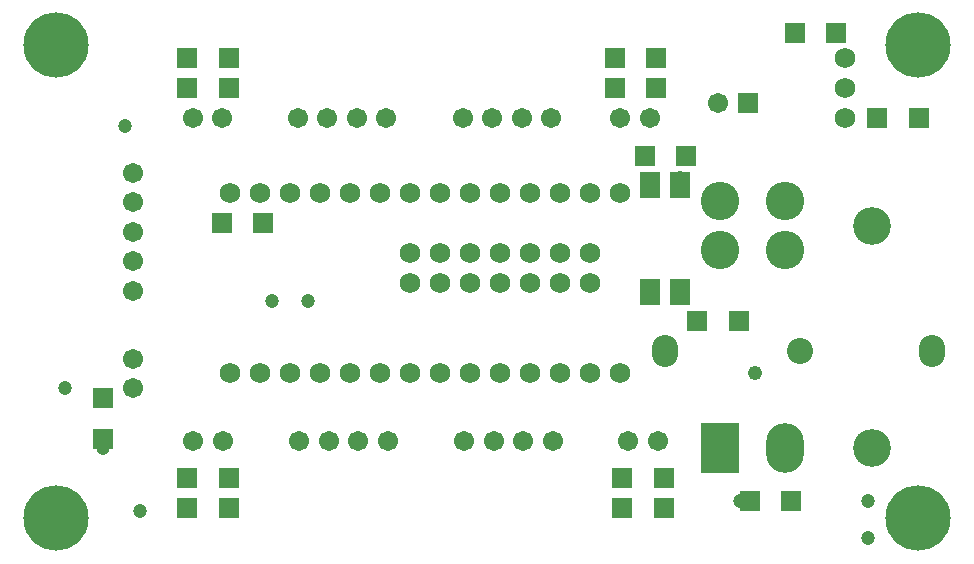
<source format=gbs>
G04 Layer_Color=16711935*
%FSLAX25Y25*%
%MOIN*%
G70*
G01*
G75*
%ADD39R,0.06706X0.06706*%
%ADD42C,0.06706*%
%ADD43C,0.12800*%
%ADD44C,0.12611*%
%ADD45C,0.06800*%
%ADD46C,0.21745*%
%ADD47R,0.12611X0.16548*%
%ADD48O,0.12611X0.16548*%
%ADD49O,0.08674X0.10642*%
%ADD50C,0.08674*%
%ADD51C,0.04737*%
%ADD52C,0.04800*%
%ADD53R,0.06706X0.06706*%
%ADD54R,0.06706X0.09068*%
D39*
X243110Y17500D02*
D03*
X256890D02*
D03*
X67110Y110000D02*
D03*
X80890D02*
D03*
X258110Y173406D02*
D03*
X271890D02*
D03*
X299390Y145000D02*
D03*
X285610D02*
D03*
X200610Y15000D02*
D03*
X214390D02*
D03*
X211890Y165000D02*
D03*
X198110D02*
D03*
X55610Y15000D02*
D03*
X69390D02*
D03*
Y165000D02*
D03*
X55610D02*
D03*
X200610Y25000D02*
D03*
X214390D02*
D03*
X211890Y155000D02*
D03*
X198110D02*
D03*
X55610Y25000D02*
D03*
X69390D02*
D03*
Y155000D02*
D03*
X55610D02*
D03*
X221890Y132500D02*
D03*
X208110D02*
D03*
X225610Y77500D02*
D03*
X239390D02*
D03*
X242500Y150000D02*
D03*
D42*
X232500D02*
D03*
X57500Y145000D02*
D03*
X67343D02*
D03*
X67500Y37500D02*
D03*
X57657D02*
D03*
X200000Y145000D02*
D03*
X209842D02*
D03*
X212500Y37500D02*
D03*
X202658D02*
D03*
X157343Y145000D02*
D03*
X147500D02*
D03*
X167185D02*
D03*
X177028D02*
D03*
X102342D02*
D03*
X92500D02*
D03*
X112185D02*
D03*
X122028D02*
D03*
X167657Y37500D02*
D03*
X177500D02*
D03*
X157815D02*
D03*
X147972D02*
D03*
X112657D02*
D03*
X122500D02*
D03*
X102815D02*
D03*
X92972D02*
D03*
X37500Y55000D02*
D03*
Y64842D02*
D03*
Y97342D02*
D03*
Y87500D02*
D03*
Y107185D02*
D03*
Y117028D02*
D03*
Y126870D02*
D03*
D43*
X233347Y117500D02*
D03*
X255000Y100965D02*
D03*
Y117500D02*
D03*
X233347Y100965D02*
D03*
D44*
X283740Y109232D02*
D03*
Y35000D02*
D03*
D45*
X80000Y60000D02*
D03*
X90000D02*
D03*
X100000D02*
D03*
X110000D02*
D03*
X120000D02*
D03*
X130000D02*
D03*
X140000D02*
D03*
X150000D02*
D03*
X160000D02*
D03*
X170000D02*
D03*
X180000D02*
D03*
X190000D02*
D03*
X200000D02*
D03*
Y120000D02*
D03*
X190000D02*
D03*
X180000D02*
D03*
X170000D02*
D03*
X160000D02*
D03*
X150000D02*
D03*
X140000D02*
D03*
X130000D02*
D03*
X120000D02*
D03*
X110000D02*
D03*
X100000D02*
D03*
X150000Y90000D02*
D03*
X160000D02*
D03*
X170000D02*
D03*
X180000D02*
D03*
X190000D02*
D03*
Y100000D02*
D03*
X180000D02*
D03*
X170000D02*
D03*
X160000D02*
D03*
X150000D02*
D03*
X130000Y90000D02*
D03*
Y100000D02*
D03*
X140000D02*
D03*
Y90000D02*
D03*
X90000Y120000D02*
D03*
X80000D02*
D03*
X70000D02*
D03*
Y60000D02*
D03*
X275000Y165000D02*
D03*
Y155000D02*
D03*
Y145000D02*
D03*
D46*
X299213Y11811D02*
D03*
Y169291D02*
D03*
X11811D02*
D03*
Y11811D02*
D03*
D47*
X233347Y35000D02*
D03*
D48*
X255000D02*
D03*
D49*
X303976Y67500D02*
D03*
X215000D02*
D03*
D50*
X260000D02*
D03*
D51*
X35000Y142500D02*
D03*
X40000Y14000D02*
D03*
X84000Y84000D02*
D03*
X96000D02*
D03*
X240000Y17500D02*
D03*
X282500Y5000D02*
D03*
Y17500D02*
D03*
X15000Y55000D02*
D03*
X27500Y35000D02*
D03*
X220000Y125000D02*
D03*
D52*
X245000Y60000D02*
D03*
D53*
X27500Y51890D02*
D03*
Y38110D02*
D03*
D54*
X220000Y122913D02*
D03*
X210000D02*
D03*
Y87087D02*
D03*
X220000D02*
D03*
M02*

</source>
